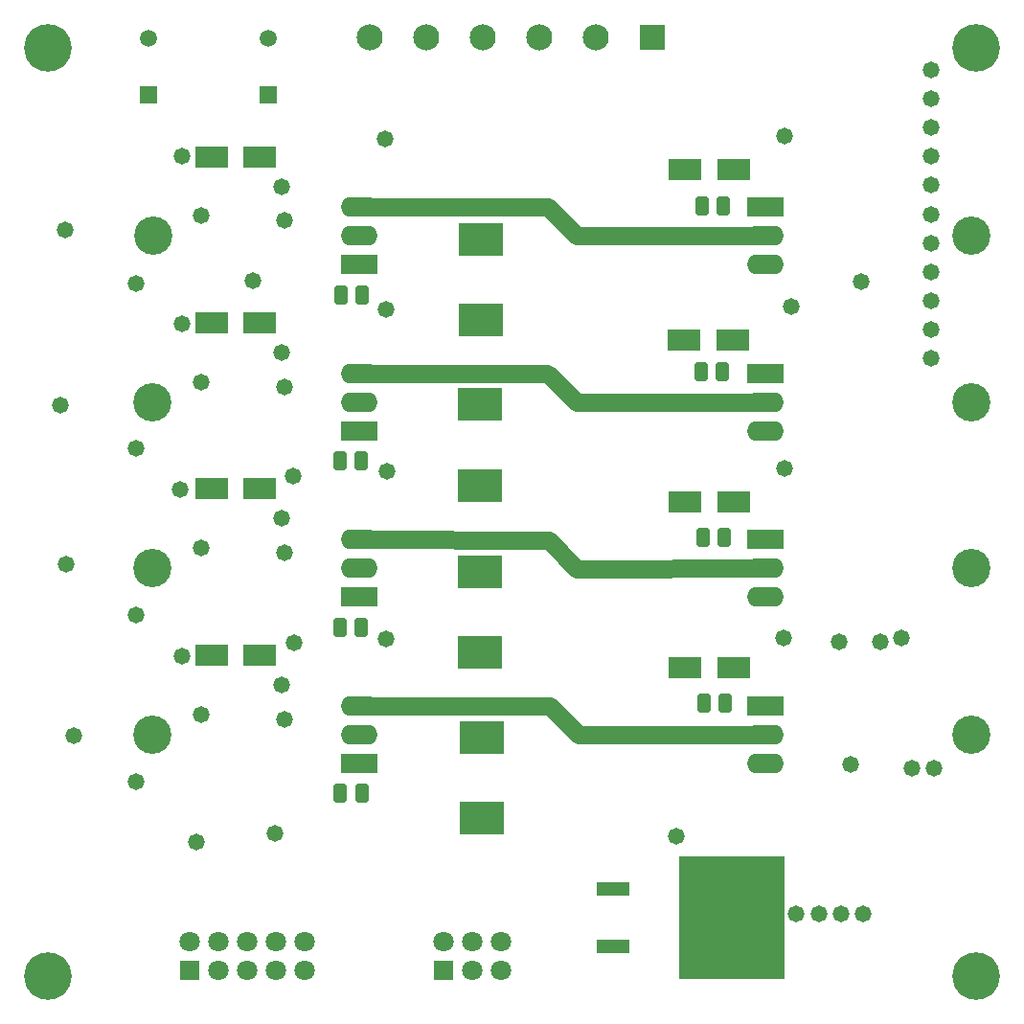
<source format=gbs>
G04*
G04 #@! TF.GenerationSoftware,Altium Limited,Altium Designer,20.0.13 (296)*
G04*
G04 Layer_Color=16711935*
%FSLAX44Y44*%
%MOMM*%
G71*
G01*
G75*
%ADD16C,1.6000*%
G04:AMPARAMS|DCode=17|XSize=1.2032mm|YSize=1.6232mm|CornerRadius=0.2266mm|HoleSize=0mm|Usage=FLASHONLY|Rotation=0.000|XOffset=0mm|YOffset=0mm|HoleType=Round|Shape=RoundedRectangle|*
%AMROUNDEDRECTD17*
21,1,1.2032,1.1700,0,0,0.0*
21,1,0.7500,1.6232,0,0,0.0*
1,1,0.4532,0.3750,-0.5850*
1,1,0.4532,-0.3750,-0.5850*
1,1,0.4532,-0.3750,0.5850*
1,1,0.4532,0.3750,0.5850*
%
%ADD17ROUNDEDRECTD17*%
%ADD23R,4.0132X2.9972*%
%ADD24R,2.8532X1.9532*%
%ADD28C,3.3782*%
%ADD29O,3.2512X1.7272*%
%ADD30R,3.2512X1.7272*%
%ADD31C,1.8082*%
%ADD32R,1.8082X1.8082*%
%ADD33R,2.3032X2.3032*%
%ADD34C,2.3032*%
%ADD35R,1.5200X1.5200*%
%ADD36C,1.5200*%
%ADD37C,1.4732*%
%ADD38C,4.2032*%
%ADD68R,2.9032X1.3032*%
%ADD69R,9.4032X10.9032*%
D16*
X507150Y694100D02*
X673840D01*
X481749Y719501D02*
X507150Y694100D01*
X314940Y572603D02*
X480647D01*
X481750Y571500D01*
X482250D01*
X506750Y547000D01*
X314940Y278810D02*
X483190D01*
X508751Y253249D01*
X673840Y253410D01*
X314940Y425707D02*
X482250Y425250D01*
X507500Y400000D01*
X673840Y400307D01*
X506750Y547000D02*
X673840Y547203D01*
X315060Y719380D02*
X481749Y719501D01*
D17*
X638350Y280750D02*
D03*
X619650D02*
D03*
X637850Y427750D02*
D03*
X619150D02*
D03*
X636100Y574250D02*
D03*
X617400D02*
D03*
X636850Y720750D02*
D03*
X618150D02*
D03*
X298400Y201750D02*
D03*
X317100D02*
D03*
X298150Y348250D02*
D03*
X316850D02*
D03*
X298150Y495500D02*
D03*
X316850D02*
D03*
X299150Y641750D02*
D03*
X317850D02*
D03*
D23*
X423000Y179315D02*
D03*
Y250685D02*
D03*
X422000Y326065D02*
D03*
Y397435D02*
D03*
Y473565D02*
D03*
Y544935D02*
D03*
X422750Y619815D02*
D03*
Y691185D02*
D03*
D24*
X227250Y764000D02*
D03*
X184250D02*
D03*
X645630Y312180D02*
D03*
X602630D02*
D03*
X645630Y459077D02*
D03*
X602630D02*
D03*
X644750Y602250D02*
D03*
X601750D02*
D03*
X645750Y752750D02*
D03*
X602750D02*
D03*
X184130Y323430D02*
D03*
X227130D02*
D03*
X184130Y470327D02*
D03*
X227130D02*
D03*
X184130Y617223D02*
D03*
X227130D02*
D03*
D28*
X856340Y253410D02*
D03*
Y400307D02*
D03*
Y547203D02*
D03*
Y694100D02*
D03*
X132440Y253410D02*
D03*
Y400307D02*
D03*
Y547203D02*
D03*
X132560Y693980D02*
D03*
D29*
X673840Y228010D02*
D03*
Y253410D02*
D03*
Y374907D02*
D03*
Y400307D02*
D03*
Y521803D02*
D03*
Y547203D02*
D03*
Y668700D02*
D03*
Y694100D02*
D03*
X314940Y278810D02*
D03*
Y253410D02*
D03*
Y425707D02*
D03*
Y400307D02*
D03*
Y572603D02*
D03*
Y547203D02*
D03*
X315060Y719380D02*
D03*
Y693980D02*
D03*
D30*
X673840Y278810D02*
D03*
Y425707D02*
D03*
Y572603D02*
D03*
Y719500D02*
D03*
X314940Y228010D02*
D03*
Y374907D02*
D03*
Y521803D02*
D03*
X315060Y668580D02*
D03*
D31*
X266800Y70150D02*
D03*
Y44750D02*
D03*
X241400Y70150D02*
D03*
Y44750D02*
D03*
X216000Y70150D02*
D03*
Y44750D02*
D03*
X190600Y70150D02*
D03*
Y44750D02*
D03*
X165200Y70150D02*
D03*
X440050D02*
D03*
Y44750D02*
D03*
X414650Y70150D02*
D03*
Y44750D02*
D03*
X389250Y70150D02*
D03*
D32*
X165200Y44750D02*
D03*
X389250D02*
D03*
D33*
X574000Y869250D02*
D03*
D34*
X524000D02*
D03*
X474000D02*
D03*
X424000D02*
D03*
X374000D02*
D03*
X324000D02*
D03*
D35*
X234500Y819000D02*
D03*
X128500D02*
D03*
D36*
X234500Y869000D02*
D03*
X128500D02*
D03*
D37*
X820000Y585500D02*
D03*
Y611050D02*
D03*
Y636600D02*
D03*
Y662150D02*
D03*
Y687700D02*
D03*
Y713250D02*
D03*
Y738800D02*
D03*
Y764350D02*
D03*
Y789900D02*
D03*
Y815450D02*
D03*
Y841000D02*
D03*
X760500Y94750D02*
D03*
X740750D02*
D03*
X721000D02*
D03*
X701250D02*
D03*
X681500D02*
D03*
X661750D02*
D03*
X642000D02*
D03*
X622250D02*
D03*
X171250Y158250D02*
D03*
X62500Y252250D02*
D03*
X56000Y403500D02*
D03*
X50750Y544500D02*
D03*
X55000Y699500D02*
D03*
X240250Y166250D02*
D03*
X257250Y334250D02*
D03*
X256750Y481500D02*
D03*
X221250Y654250D02*
D03*
X690250Y338750D02*
D03*
X338000Y779750D02*
D03*
X338500Y338000D02*
D03*
X339750Y485750D02*
D03*
X338250Y629000D02*
D03*
X749500Y227250D02*
D03*
X158250Y764500D02*
D03*
Y322500D02*
D03*
X156250Y470250D02*
D03*
X158000Y616500D02*
D03*
X739250Y335000D02*
D03*
X775250Y335500D02*
D03*
X822750Y223500D02*
D03*
X803250Y223250D02*
D03*
X595250Y163500D02*
D03*
X793750Y338500D02*
D03*
X758750Y653500D02*
D03*
X117630Y358577D02*
D03*
Y506390D02*
D03*
X117750Y652250D02*
D03*
X697000Y631250D02*
D03*
X246130Y297180D02*
D03*
X248880Y266930D02*
D03*
X175520Y271180D02*
D03*
X117630Y211680D02*
D03*
X691130Y488327D02*
D03*
X246130Y444077D02*
D03*
X248880Y413827D02*
D03*
X175520Y418077D02*
D03*
X246130Y590973D02*
D03*
X248880Y560723D02*
D03*
X175520Y564973D02*
D03*
X175640Y711750D02*
D03*
X249000Y707500D02*
D03*
X246250Y737750D02*
D03*
X691250Y782000D02*
D03*
D38*
X40000Y40000D02*
D03*
X860000D02*
D03*
Y860000D02*
D03*
X40000D02*
D03*
D68*
X539500Y65750D02*
D03*
Y116550D02*
D03*
D69*
X644000Y91150D02*
D03*
M02*

</source>
